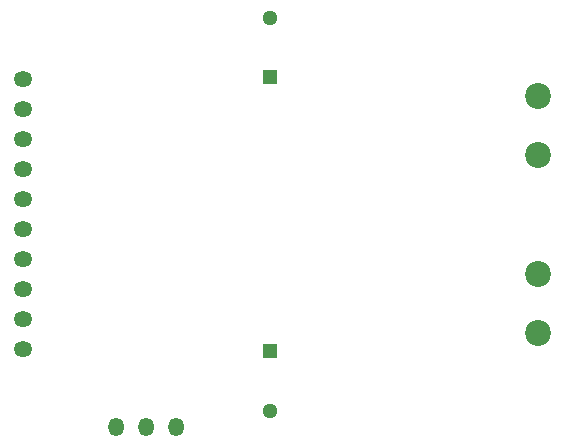
<source format=gbr>
G04 DipTrace 3.1.0.1*
G04 tas5806mROUTE.BottomPaste.gbr*
%MOIN*%
G04 #@! TF.FileFunction,Paste,Bot*
G04 #@! TF.Part,Single*
%ADD48O,0.051969X0.061969*%
%ADD50C,0.086457*%
%ADD54O,0.061969X0.051969*%
%ADD62C,0.051024*%
%ADD64R,0.051024X0.051024*%
%FSLAX26Y26*%
G04*
G70*
G90*
G75*
G01*
G04 BotPaste*
%LPD*%
D64*
X1295591Y1638110D3*
D62*
Y1834961D3*
D64*
Y724724D3*
D62*
Y527874D3*
D54*
X472756Y1531390D3*
Y1431390D3*
Y1631390D3*
Y1131417D3*
Y1031417D3*
Y1231417D3*
Y831417D3*
Y931417D3*
Y1331417D3*
Y731417D3*
D50*
X2189291Y1378268D3*
Y1575118D3*
Y787717D3*
Y984567D3*
D48*
X882205Y472756D3*
X982205D3*
X782205D3*
M02*

</source>
